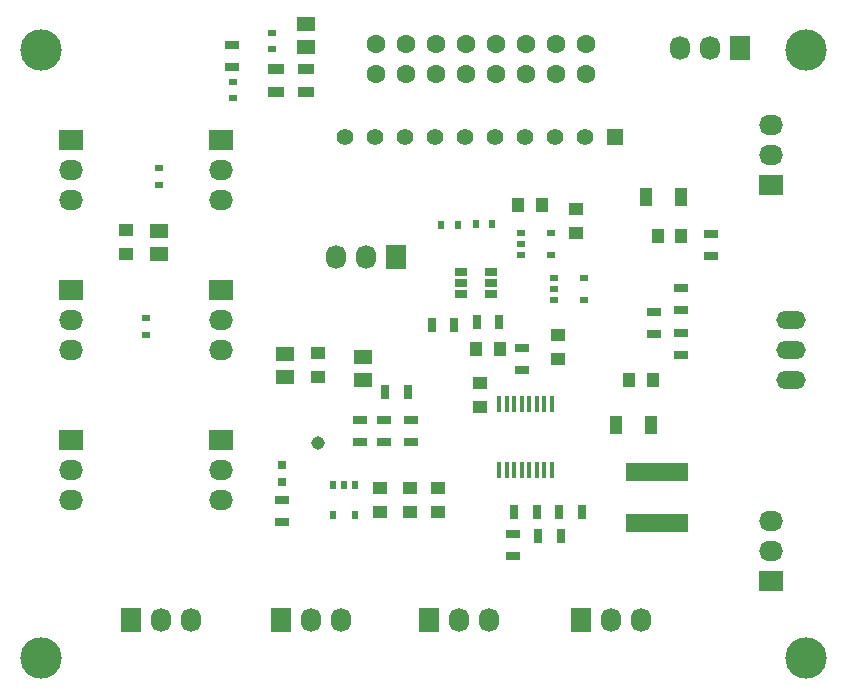
<source format=gts>
G04 #@! TF.FileFunction,Soldermask,Top*
%FSLAX45Y45*%
G04 Gerber Fmt 4.5, Leading zero omitted, Abs format (unit mm)*
G04 Created by KiCad (PCBNEW 4.0.4-1.fc24-product) date Wed Oct 18 11:24:51 2017*
%MOMM*%
%LPD*%
G01*
G04 APERTURE LIST*
%ADD10C,0.150000*%
%ADD11R,1.397000X1.397000*%
%ADD12C,1.397000*%
%ADD13R,0.400000X1.400000*%
%ADD14R,0.508000X0.762000*%
%ADD15R,1.000760X0.701040*%
%ADD16R,0.762000X0.508000*%
%ADD17O,2.499360X1.501140*%
%ADD18C,1.600000*%
%ADD19C,3.500120*%
%ADD20R,1.397000X0.889000*%
%ADD21R,1.498600X1.300480*%
%ADD22R,5.300980X1.501140*%
%ADD23C,1.143000*%
%ADD24R,1.250000X1.000000*%
%ADD25R,1.000000X1.600000*%
%ADD26R,1.000000X1.250000*%
%ADD27R,0.797560X0.797560*%
%ADD28R,1.727200X2.032000*%
%ADD29O,1.727200X2.032000*%
%ADD30R,2.032000X1.727200*%
%ADD31O,2.032000X1.727200*%
%ADD32R,1.300000X0.700000*%
%ADD33R,0.700000X1.300000*%
%ADD34R,0.700000X0.600000*%
%ADD35R,0.600000X0.700000*%
G04 APERTURE END LIST*
D10*
D11*
X8534400Y-6451600D03*
D12*
X8280400Y-6451600D03*
X8026400Y-6451600D03*
X7772400Y-6451600D03*
X7518400Y-6451600D03*
X7264400Y-6451600D03*
X7010400Y-6451600D03*
X6756400Y-6451600D03*
X6502400Y-6451600D03*
X6248400Y-6451600D03*
D13*
X7740650Y-9271600D03*
X7804150Y-9271600D03*
X7867650Y-9271600D03*
X7931150Y-9271600D03*
X7550150Y-8711600D03*
X7550150Y-9271600D03*
X7613650Y-9271600D03*
X7677150Y-9271600D03*
X7994650Y-8711600D03*
X7931150Y-8711600D03*
X7867650Y-8711600D03*
X7804150Y-8711600D03*
X7740650Y-8711600D03*
X7677150Y-8711600D03*
X7994650Y-9271600D03*
X7613650Y-8711600D03*
D14*
X6330950Y-9398000D03*
X6140450Y-9398000D03*
X6330950Y-9652000D03*
X6235700Y-9398000D03*
X6140450Y-9652000D03*
D15*
X7226300Y-7778750D03*
X7226300Y-7683500D03*
X7226300Y-7588250D03*
X7480300Y-7588250D03*
X7480300Y-7683500D03*
X7480300Y-7778750D03*
D16*
X8013700Y-7639050D03*
X8013700Y-7829550D03*
X8267700Y-7639050D03*
X8013700Y-7734300D03*
X8267700Y-7829550D03*
X7734300Y-7258050D03*
X7734300Y-7448550D03*
X7988300Y-7258050D03*
X7734300Y-7353300D03*
X7988300Y-7448550D03*
D17*
X10020300Y-8255000D03*
X10020300Y-8509000D03*
X10020300Y-8001000D03*
D18*
X6505300Y-5917000D03*
X6505300Y-5663000D03*
X6759300Y-5917000D03*
X6759300Y-5663000D03*
X7013300Y-5917000D03*
X7013300Y-5663000D03*
X7267300Y-5917000D03*
X7267300Y-5663000D03*
X7521300Y-5917000D03*
X7521300Y-5663000D03*
X7775300Y-5917000D03*
X7775300Y-5663000D03*
X8029300Y-5917000D03*
X8029300Y-5663000D03*
X8283300Y-5917000D03*
X8283300Y-5663000D03*
D19*
X3670300Y-10858500D03*
X10147300Y-10858500D03*
X10147300Y-5715000D03*
X3670300Y-5715000D03*
D20*
X5918200Y-5873750D03*
X5918200Y-6064250D03*
X5664200Y-6064250D03*
X5664200Y-5873750D03*
D21*
X5918200Y-5683250D03*
X5918200Y-5492750D03*
X5740400Y-8477250D03*
X5740400Y-8286750D03*
X4673600Y-7435850D03*
X4673600Y-7245350D03*
X6400800Y-8502650D03*
X6400800Y-8312150D03*
D22*
X8890000Y-9715500D03*
X8890000Y-9283700D03*
D23*
X6019800Y-9042400D03*
D24*
X6019800Y-8482000D03*
X6019800Y-8282000D03*
D25*
X8836800Y-8890000D03*
X8536800Y-8890000D03*
X9090800Y-6959600D03*
X8790800Y-6959600D03*
D24*
X4394200Y-7240600D03*
X4394200Y-7440600D03*
D26*
X8850300Y-8509000D03*
X8650300Y-8509000D03*
X9091600Y-7289800D03*
X8891600Y-7289800D03*
X7710500Y-7023100D03*
X7910500Y-7023100D03*
D24*
X6540500Y-9425000D03*
X6540500Y-9625000D03*
X8051800Y-8129600D03*
X8051800Y-8329600D03*
X7391400Y-8736000D03*
X7391400Y-8536000D03*
X6794500Y-9425000D03*
X6794500Y-9625000D03*
X7035800Y-9425000D03*
X7035800Y-9625000D03*
X8204200Y-7262800D03*
X8204200Y-7062800D03*
D26*
X7354900Y-8242300D03*
X7554900Y-8242300D03*
D27*
X5712460Y-9224010D03*
X5712460Y-9373870D03*
D28*
X6959600Y-10541000D03*
D29*
X7213600Y-10541000D03*
X7467600Y-10541000D03*
D28*
X6680200Y-7467600D03*
D29*
X6426200Y-7467600D03*
X6172200Y-7467600D03*
D30*
X5194300Y-9017000D03*
D31*
X5194300Y-9271000D03*
X5194300Y-9525000D03*
D30*
X3924300Y-9017000D03*
D31*
X3924300Y-9271000D03*
X3924300Y-9525000D03*
D30*
X9855200Y-10210800D03*
D31*
X9855200Y-9956800D03*
X9855200Y-9702800D03*
D30*
X9855200Y-6858000D03*
D31*
X9855200Y-6604000D03*
X9855200Y-6350000D03*
D30*
X5194300Y-7747000D03*
D31*
X5194300Y-8001000D03*
X5194300Y-8255000D03*
D30*
X3924300Y-7747000D03*
D31*
X3924300Y-8001000D03*
X3924300Y-8255000D03*
D28*
X5702300Y-10541000D03*
D29*
X5956300Y-10541000D03*
X6210300Y-10541000D03*
D30*
X5194300Y-6477000D03*
D31*
X5194300Y-6731000D03*
X5194300Y-6985000D03*
D30*
X3924300Y-6477000D03*
D31*
X3924300Y-6731000D03*
X3924300Y-6985000D03*
D28*
X8242300Y-10541000D03*
D29*
X8496300Y-10541000D03*
X8750300Y-10541000D03*
D28*
X4432300Y-10541000D03*
D29*
X4686300Y-10541000D03*
X4940300Y-10541000D03*
D32*
X6375400Y-9035800D03*
X6375400Y-8845800D03*
X9347200Y-7461000D03*
X9347200Y-7271000D03*
D33*
X8070600Y-9829800D03*
X7880600Y-9829800D03*
D32*
X7670800Y-9811000D03*
X7670800Y-10001000D03*
D33*
X7867400Y-9626600D03*
X7677400Y-9626600D03*
X8248400Y-9626600D03*
X8058400Y-9626600D03*
D32*
X6578600Y-8845800D03*
X6578600Y-9035800D03*
D33*
X6775200Y-8610600D03*
X6585200Y-8610600D03*
D32*
X6807200Y-9035800D03*
X6807200Y-8845800D03*
D33*
X7359900Y-8013700D03*
X7549900Y-8013700D03*
D32*
X9093200Y-8109200D03*
X9093200Y-8299200D03*
X8864600Y-7931400D03*
X8864600Y-8121400D03*
X9093200Y-7728200D03*
X9093200Y-7918200D03*
X7747000Y-8426200D03*
X7747000Y-8236200D03*
D33*
X6978900Y-8039100D03*
X7168900Y-8039100D03*
D32*
X5292090Y-5670800D03*
X5292090Y-5860800D03*
X5712460Y-9709920D03*
X5712460Y-9519920D03*
D34*
X5631180Y-5707680D03*
X5631180Y-5567680D03*
D35*
X7202320Y-7193280D03*
X7062320Y-7193280D03*
X7493300Y-7185660D03*
X7353300Y-7185660D03*
D34*
X5295900Y-6121550D03*
X5295900Y-5981550D03*
X4559300Y-7984340D03*
X4559300Y-8124340D03*
X4671060Y-6713220D03*
X4671060Y-6853220D03*
D28*
X9588500Y-5697220D03*
D29*
X9334500Y-5697220D03*
X9080500Y-5697220D03*
M02*

</source>
